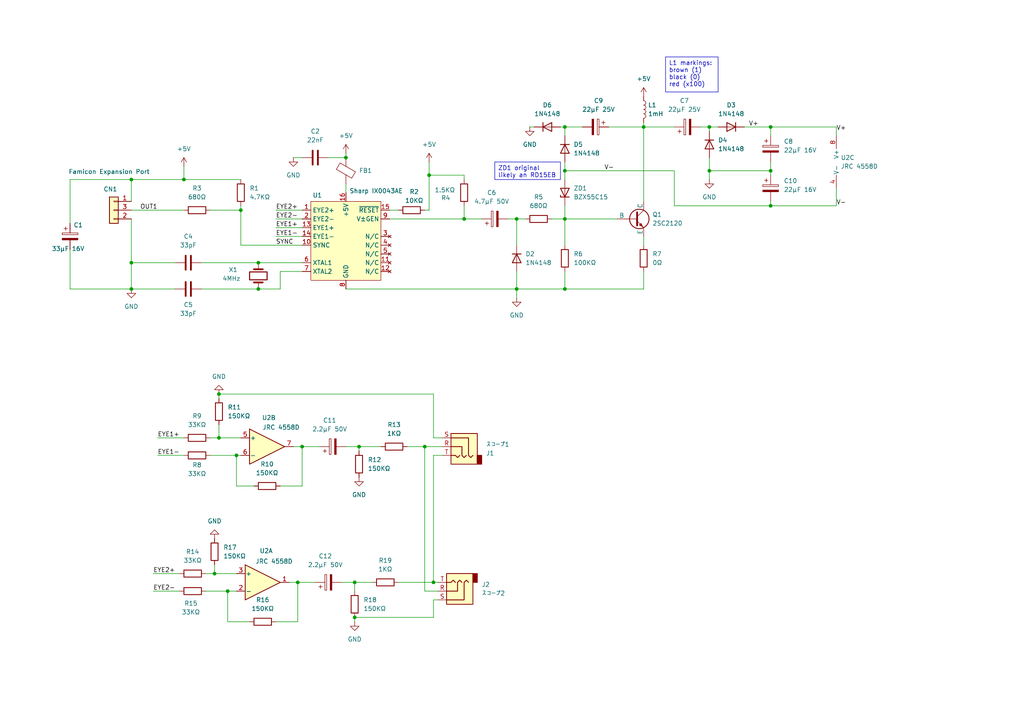
<source format=kicad_sch>
(kicad_sch (version 20250114) (generator "eeschema") (generator_version "9.0")
  (paper "A4")
  (title_block (title "Nintendo 3D System HVC-032") (date "1/JAN/2026") (rev "A") (company "Brett Hallen") (comment 4 "Based on original drawn by Krzysiobal (NESDEV)"))
  (lib_symbols
    (symbol "Amplifier_Operational:NJM4558" (pin_names (offset 0.127))
      (property "Reference" "U" (at 0 5.08 0))
      (property "Value" "NJM4558" (at 0 -5.08 0))
      (symbol "NJM4558_1_1"
        (polyline (pts (xy -5.08 5.08) (xy 5.08 0) (xy -5.08 -5.08) (xy -5.08 5.08)) (stroke (width 0.254)) (fill (type background)))
        (pin input line (at -7.62 2.54 0) (length 2.54) (name "+") (number "3"))
        (pin input line (at -7.62 -2.54 0) (length 2.54) (name "-") (number "2"))
        (pin output line (at 7.62 0 180) (length 2.54) (name "~") (number "1"))
      )
      (symbol "NJM4558_2_1"
        (polyline (pts (xy -5.08 5.08) (xy 5.08 0) (xy -5.08 -5.08) (xy -5.08 5.08)) (stroke (width 0.254)) (fill (type background)))
        (pin input line (at -7.62 2.54 0) (length 2.54) (name "+") (number "5"))
        (pin input line (at -7.62 -2.54 0) (length 2.54) (name "-") (number "6"))
        (pin output line (at 7.62 0 180) (length 2.54) (name "~") (number "7"))
      )
      (symbol "NJM4558_3_1"
        (pin power_in line (at -2.54 7.62 270) (length 3.81) (name "V+") (number "8"))
        (pin power_in line (at -2.54 -7.62 90) (length 3.81) (name "V-") (number "4"))
      )
    )
    (symbol "Clueless_Engineer:Sharp_IX0043AE"
      (property "Reference" "U" (at -10.16 2.54 0))
      (property "Value" "Sharp IX0043AE" (at 10.16 2.54 0))
      (symbol "Sharp_IX0043AE_1_1"
        (rectangle (start -10.16 0) (end 10.16 -22.86) (fill (type color) (color 255 255 194 1)))
        (pin output line (at -12.7 -2.54 0) (length 2.54) (name "EYE2+") (number "1"))
        (pin output line (at -12.7 -5.08 0) (length 2.54) (name "EYE2-") (number "2"))
        (pin output line (at -12.7 -7.62 0) (length 2.54) (name "EYE1+") (number "13"))
        (pin output line (at -12.7 -10.16 0) (length 2.54) (name "EYE1-") (number "14"))
        (pin input line (at -12.7 -12.7 0) (length 2.54) (name "SYNC") (number "10"))
        (pin input line (at -12.7 -17.78 0) (length 2.54) (name "XTAL1") (number "6"))
        (pin input line (at -12.7 -20.32 0) (length 2.54) (name "XTAL2") (number "7"))
        (pin power_in line (at 0 2.54 270) (length 2.54) (name "+5V") (number "16"))
        (pin power_in line (at 0 -25.4 90) (length 2.54) (name "GND") (number "8"))
        (pin input line (at 12.7 -2.54 180) (length 2.54) (name "~{RESET}") (number "15"))
        (pin output line (at 12.7 -5.08 180) (length 2.54) (name "V±GEN") (number "9"))
        (pin no_connect line (at 12.7 -10.16 180) (length 2.54) (name "N/C") (number "3"))
        (pin no_connect line (at 12.7 -12.7 180) (length 2.54) (name "N/C") (number "4"))
        (pin no_connect line (at 12.7 -15.24 180) (length 2.54) (name "N/C") (number "5"))
        (pin no_connect line (at 12.7 -17.78 180) (length 2.54) (name "N/C") (number "11"))
        (pin no_connect line (at 12.7 -20.32 180) (length 2.54) (name "N/C") (number "12"))
      )
    )
    (symbol "Connector_Audio:AudioJack3"
      (property "Reference" "J" (at 0 8.89 0))
      (property "Value" "AudioJack3" (at 0 6.35 0))
      (symbol "AudioJack3_0_1"
        (rectangle (start -5.08 -5.08) (end -6.35 -2.54) (stroke (width 0.254)) (fill (type outline)))
        (polyline (pts (xy -1.905 -2.54) (xy -1.27 -3.175) (xy -0.635 -2.54) (xy -0.635 0) (xy 2.54 0)) (stroke (width 0.254)))
        (polyline (pts (xy 0 -2.54) (xy 0.635 -3.175) (xy 1.27 -2.54) (xy 2.54 -2.54)) (stroke (width 0.254)))
        (rectangle (start 2.54 3.81) (end -5.08 -5.08) (stroke (width 0.254)) (fill (type background)))
        (polyline (pts (xy 2.54 2.54) (xy -2.54 2.54) (xy -2.54 -2.54) (xy -3.175 -3.175) (xy -3.81 -2.54)) (stroke (width 0.254)))
      )
      (symbol "AudioJack3_1_1"
        (pin passive line (at 5.08 2.54 180) (length 2.54) (name "~") (number "S"))
        (pin passive line (at 5.08 0 180) (length 2.54) (name "~") (number "R"))
        (pin passive line (at 5.08 -2.54 180) (length 2.54) (name "~") (number "T"))
      )
    )
    (symbol "Connector_Generic:Conn_01x03" (pin_names (offset 1.016) (hide yes))
      (property "Reference" "CN1" (at 2.54 1.2701 0))
      (property "Value" "Famicon Expansion Port" (at 2.54 -1.2699 0))
      (symbol "Conn_01x03_1_1"
        (rectangle (start -1.27 3.81) (end 1.27 -3.81) (stroke (width 0.254)) (fill (type background)))
        (rectangle (start -1.27 2.667) (end 0 2.413) (stroke (width 0.1524)))
        (rectangle (start -1.27 0.127) (end 0 -0.127) (stroke (width 0.1524)))
        (rectangle (start -1.27 -2.413) (end 0 -2.667) (stroke (width 0.1524)))
        (pin power_out line (at -5.08 2.54 0) (length 3.81) (name "Pin_1") (number "1"))
        (pin output line (at -5.08 0 0) (length 3.81) (name "Pin_3") (number "3"))
        (pin power_out line (at -5.08 -2.54 0) (length 3.81) (name "Pin_2") (number "2"))
      )
    )
    (symbol "Device:C" (pin_numbers (hide yes)) (pin_names (offset 0.254))
      (property "Reference" "C" (at 0.635 2.54 0))
      (property "Value" "C" (at 0.635 -2.54 0))
      (symbol "C_0_1"
        (polyline (pts (xy -2.032 0.762) (xy 2.032 0.762)) (stroke (width 0.508)))
        (polyline (pts (xy -2.032 -0.762) (xy 2.032 -0.762)) (stroke (width 0.508)))
      )
      (symbol "C_1_1"
        (pin passive line (at 0 3.81 270) (length 2.794) (name "~") (number "1"))
        (pin passive line (at 0 -3.81 90) (length 2.794) (name "~") (number "2"))
      )
    )
    (symbol "Device:C_Polarized" (pin_numbers (hide yes)) (pin_names (offset 0.254))
      (property "Reference" "C" (at 0.635 2.54 0))
      (property "Value" "C_Polarized" (at 0.635 -2.54 0))
      (symbol "C_Polarized_0_1"
        (rectangle (start -2.286 0.508) (end 2.286 1.016))
        (polyline (pts (xy -1.778 2.286) (xy -0.762 2.286)))
        (polyline (pts (xy -1.27 2.794) (xy -1.27 1.778)))
        (rectangle (start 2.286 -0.508) (end -2.286 -1.016) (fill (type outline)))
      )
      (symbol "C_Polarized_1_1"
        (pin passive line (at 0 3.81 270) (length 2.794) (name "~") (number "1"))
        (pin passive line (at 0 -3.81 90) (length 2.794) (name "~") (number "2"))
      )
    )
    (symbol "Device:Crystal" (pin_numbers (hide yes)) (pin_names (offset 1.016) (hide yes))
      (property "Reference" "Y" (at 0 3.81 0))
      (property "Value" "Crystal" (at 0 -3.81 0))
      (symbol "Crystal_0_1"
        (polyline (pts (xy -2.54 0) (xy -1.905 0)))
        (polyline (pts (xy -1.905 -1.27) (xy -1.905 1.27)) (stroke (width 0.508)))
        (rectangle (start -1.143 2.54) (end 1.143 -2.54) (stroke (width 0.3048)))
        (polyline (pts (xy 1.905 -1.27) (xy 1.905 1.27)) (stroke (width 0.508)))
        (polyline (pts (xy 2.54 0) (xy 1.905 0)))
      )
      (symbol "Crystal_1_1"
        (pin passive line (at -3.81 0 0) (length 1.27) (name "1") (number "1"))
        (pin passive line (at 3.81 0 180) (length 1.27) (name "2") (number "2"))
      )
    )
    (symbol "Device:D" (pin_numbers (hide yes)) (pin_names (offset 1.016) (hide yes))
      (property "Reference" "D" (at 0 2.54 0))
      (property "Value" "D" (at 0 -2.54 0))
      (symbol "D_0_1"
        (polyline (pts (xy -1.27 1.27) (xy -1.27 -1.27)) (stroke (width 0.254)))
        (polyline (pts (xy 1.27 1.27) (xy 1.27 -1.27) (xy -1.27 0) (xy 1.27 1.27)) (stroke (width 0.254)))
        (polyline (pts (xy 1.27 0) (xy -1.27 0)))
      )
      (symbol "D_1_1"
        (pin passive line (at -3.81 0 0) (length 2.54) (name "K") (number "1"))
        (pin passive line (at 3.81 0 180) (length 2.54) (name "A") (number "2"))
      )
    )
    (symbol "Device:D_Zener" (pin_numbers (hide yes)) (pin_names (offset 1.016) (hide yes))
      (property "Reference" "D" (at 0 2.54 0))
      (property "Value" "D_Zener" (at 0 -2.54 0))
      (symbol "D_Zener_0_1"
        (polyline (pts (xy -1.27 -1.27) (xy -1.27 1.27) (xy -0.762 1.27)) (stroke (width 0.254)))
        (polyline (pts (xy 1.27 0) (xy -1.27 0)))
        (polyline (pts (xy 1.27 -1.27) (xy 1.27 1.27) (xy -1.27 0) (xy 1.27 -1.27)) (stroke (width 0.254)))
      )
      (symbol "D_Zener_1_1"
        (pin passive line (at -3.81 0 0) (length 2.54) (name "K") (number "1"))
        (pin passive line (at 3.81 0 180) (length 2.54) (name "A") (number "2"))
      )
    )
    (symbol "Device:FerriteBead" (pin_numbers (hide yes)) (pin_names (offset 0))
      (property "Reference" "FB" (at -3.81 0.635 90))
      (property "Value" "FerriteBead" (at 3.81 0 90))
      (symbol "FerriteBead_0_1"
        (polyline (pts (xy -2.7686 0.4064) (xy -1.7018 2.2606) (xy 2.7686 -0.3048) (xy 1.6764 -2.159) (xy -2.7686 0.4064)))
        (polyline (pts (xy 0 1.27) (xy 0 1.2954)))
        (polyline (pts (xy 0 -1.27) (xy 0 -1.2192)))
      )
      (symbol "FerriteBead_1_1"
        (pin passive line (at 0 3.81 270) (length 2.54) (name "~") (number "1"))
        (pin passive line (at 0 -3.81 90) (length 2.54) (name "~") (number "2"))
      )
    )
    (symbol "Device:L" (pin_numbers (hide yes)) (pin_names (offset 1.016) (hide yes))
      (property "Reference" "L" (at -1.27 0 90))
      (property "Value" "L" (at 1.905 0 90))
      (symbol "L_0_1"
        (arc (start 0 2.54) (mid 0.6323 1.905) (end 0 1.27))
        (arc (start 0 1.27) (mid 0.6323 0.635) (end 0 0))
        (arc (start 0 0) (mid 0.6323 -0.635) (end 0 -1.27))
        (arc (start 0 -1.27) (mid 0.6323 -1.905) (end 0 -2.54))
      )
      (symbol "L_1_1"
        (pin passive line (at 0 3.81 270) (length 1.27) (name "1") (number "1"))
        (pin passive line (at 0 -3.81 90) (length 1.27) (name "2") (number "2"))
      )
    )
    (symbol "Device:R" (pin_numbers (hide yes)) (pin_names (offset 0))
      (property "Reference" "R" (at 2.032 0 90))
      (property "Value" "R" (at 0 0 90))
      (symbol "R_0_1"
        (rectangle (start -1.016 -2.54) (end 1.016 2.54) (stroke (width 0.254)))
      )
      (symbol "R_1_1"
        (pin passive line (at 0 3.81 270) (length 1.27) (name "~") (number "1"))
        (pin passive line (at 0 -3.81 90) (length 1.27) (name "~") (number "2"))
      )
    )
    (symbol "Simulation_SPICE:NPN" (pin_numbers (hide yes)) (pin_names (offset 0))
      (property "Reference" "Q" (at -2.54 7.62 0))
      (property "Value" "NPN" (at -2.54 5.08 0))
      (symbol "NPN_0_1"
        (polyline (pts (xy -2.54 0) (xy 0.635 0)) (stroke (width 0.1524)))
        (polyline (pts (xy 0.635 1.905) (xy 0.635 -1.905) (xy 0.635 -1.905)) (stroke (width 0.508)))
        (polyline (pts (xy 0.635 0.635) (xy 2.54 2.54)))
        (polyline (pts (xy 0.635 -0.635) (xy 2.54 -2.54) (xy 2.54 -2.54)))
        (circle (center 1.27 0) (radius 2.8194) (stroke (width 0.254)))
        (polyline (pts (xy 1.27 -1.778) (xy 1.778 -1.27) (xy 2.286 -2.286) (xy 1.27 -1.778) (xy 1.27 -1.778)) (fill (type outline)))
        (polyline (pts (xy 2.794 -1.27) (xy 2.794 -1.27)) (stroke (width 0.1524)))
        (polyline (pts (xy 2.794 -1.27) (xy 2.794 -1.27)) (stroke (width 0.1524)))
      )
      (symbol "NPN_1_1"
        (pin input line (at -5.08 0 0) (length 2.54) (name "B") (number "2"))
        (pin open_collector line (at 2.54 5.08 270) (length 2.54) (name "C") (number "1"))
        (pin open_emitter line (at 2.54 -5.08 90) (length 2.54) (name "E") (number "3"))
      )
    )
    (symbol "power:+5V" (power) (pin_numbers (hide yes)) (pin_names (offset 0) (hide yes))
      (property "Value" "+5V" (at 0 3.556 0))
      (symbol "+5V_0_1"
        (polyline (pts (xy -0.762 1.27) (xy 0 2.54)))
        (polyline (pts (xy 0 2.54) (xy 0.762 1.27)))
        (polyline (pts (xy 0 0) (xy 0 2.54)))
      )
      (symbol "+5V_1_1"
        (pin power_in line (at 0 0 90) (length 0) (name "~") (number "1"))
      )
    )
    (symbol "power:GND" (power) (pin_numbers (hide yes)) (pin_names (offset 0) (hide yes))
      (property "Value" "GND" (at 0 -3.81 0))
      (symbol "GND_0_1"
        (polyline (pts (xy 0 0) (xy 0 -1.27) (xy 1.27 -1.27) (xy 0 -2.54) (xy -1.27 -1.27) (xy 0 -1.27)))
      )
      (symbol "GND_1_1"
        (pin power_in line (at 0 0 270) (length 0) (name "~") (number "1"))
      )
    )
  )
  (text_box "L1 markings:\nbrown (1)\nblack (0)\nred (x100)" (at 193.04 16.51 0) (size 15.24 10.16) (margins 0.9525 0.9525 0.9525 0.9525) (effects (font (size 1.27 1.27)) (justify left top)))
  (text_box "ZD1 original likely an RD15EB" (at 143.51 46.99 0) (size 19.05 5.08) (margins 0.9525 0.9525 0.9525 0.9525) (effects (font (size 1.27 1.27)) (justify left top)))
  (junction (at 125.73 168.91))
  (junction (at 38.1 76.2))
  (junction (at 38.1 83.82))
  (junction (at 63.5 114.3))
  (junction (at 163.83 49.53))
  (junction (at 74.93 83.82))
  (junction (at 86.36 168.91))
  (junction (at 63.5 127))
  (junction (at 205.74 49.53))
  (junction (at 53.34 52.07))
  (junction (at 223.52 59.69))
  (junction (at 134.62 63.5))
  (junction (at 100.33 45.72))
  (junction (at 74.93 76.2))
  (junction (at 104.14 129.54))
  (junction (at 163.83 36.83))
  (junction (at 62.23 166.37))
  (junction (at 223.52 49.53))
  (junction (at 149.86 63.5))
  (junction (at 124.46 50.8))
  (junction (at 69.85 60.96))
  (junction (at 102.87 179.07))
  (junction (at 223.52 36.83))
  (junction (at 87.63 129.54))
  (junction (at 205.74 36.83))
  (junction (at 186.69 36.83))
  (junction (at 102.87 168.91))
  (junction (at 123.19 129.54))
  (junction (at 149.86 83.82))
  (junction (at 38.1 52.07))
  (junction (at 66.04 171.45))
  (junction (at 163.83 63.5))
  (junction (at 68.58 132.08))
  (junction (at 163.83 83.82))
  (wire (pts (xy 125.73 168.91) (xy 115.57 168.91)))
  (wire (pts (xy 104.14 129.54) (xy 100.33 129.54)))
  (wire (pts (xy 124.46 50.8) (xy 124.46 46.99)))
  (wire (pts (xy 110.49 129.54) (xy 104.14 129.54)))
  (wire (pts (xy 38.1 63.5) (xy 38.1 76.2)))
  (wire (pts (xy 152.4 63.5) (xy 149.86 63.5)))
  (wire (pts (xy 95.25 45.72) (xy 100.33 45.72)))
  (wire (pts (xy 38.1 76.2) (xy 50.8 76.2)))
  (wire (pts (xy 44.45 171.45) (xy 52.07 171.45)))
  (wire (pts (xy 149.86 71.12) (xy 149.86 63.5)))
  (wire (pts (xy 179.07 63.5) (xy 163.83 63.5)))
  (wire (pts (xy 205.74 49.53) (xy 223.52 49.53)))
  (wire (pts (xy 81.28 78.74) (xy 81.28 83.82)))
  (wire (pts (xy 81.28 140.97) (xy 87.63 140.97)))
  (wire (pts (xy 63.5 123.19) (xy 63.5 127)))
  (wire (pts (xy 58.42 76.2) (xy 74.93 76.2)))
  (wire (pts (xy 38.1 52.07) (xy 20.32 52.07)))
  (wire (pts (xy 38.1 52.07) (xy 53.34 52.07)))
  (wire (pts (xy 134.62 50.8) (xy 124.46 50.8)))
  (wire (pts (xy 124.46 60.96) (xy 124.46 50.8)))
  (wire (pts (xy 123.19 129.54) (xy 118.11 129.54)))
  (wire (pts (xy 102.87 180.34) (xy 102.87 179.07)))
  (wire (pts (xy 104.14 130.81) (xy 104.14 129.54)))
  (wire (pts (xy 69.85 60.96) (xy 69.85 71.12)))
  (wire (pts (xy 38.1 83.82) (xy 50.8 83.82)))
  (wire (pts (xy 80.01 60.96) (xy 87.63 60.96)))
  (wire (pts (xy 72.39 180.34) (xy 66.04 180.34)))
  (wire (pts (xy 62.23 166.37) (xy 68.58 166.37)))
  (wire (pts (xy 223.52 36.83) (xy 223.52 39.37)))
  (wire (pts (xy 45.72 132.08) (xy 53.34 132.08)))
  (wire (pts (xy 68.58 140.97) (xy 73.66 140.97)))
  (wire (pts (xy 163.83 36.83) (xy 163.83 39.37)))
  (wire (pts (xy 113.03 63.5) (xy 134.62 63.5)))
  (wire (pts (xy 149.86 83.82) (xy 149.86 78.74)))
  (wire (pts (xy 69.85 71.12) (xy 87.63 71.12)))
  (wire (pts (xy 102.87 171.45) (xy 102.87 168.91)))
  (wire (pts (xy 128.27 127) (xy 125.73 127)))
  (wire (pts (xy 20.32 52.07) (xy 20.32 64.77)))
  (wire (pts (xy 53.34 52.07) (xy 69.85 52.07)))
  (wire (pts (xy 186.69 58.42) (xy 186.69 36.83)))
  (wire (pts (xy 80.01 180.34) (xy 86.36 180.34)))
  (wire (pts (xy 163.83 59.69) (xy 163.83 63.5)))
  (wire (pts (xy 102.87 168.91) (xy 99.06 168.91)))
  (wire (pts (xy 195.58 59.69) (xy 223.52 59.69)))
  (wire (pts (xy 127 168.91) (xy 125.73 168.91)))
  (wire (pts (xy 128.27 129.54) (xy 123.19 129.54)))
  (wire (pts (xy 163.83 63.5) (xy 160.02 63.5)))
  (wire (pts (xy 60.96 132.08) (xy 68.58 132.08)))
  (wire (pts (xy 123.19 171.45) (xy 123.19 129.54)))
  (wire (pts (xy 125.73 132.08) (xy 125.73 168.91)))
  (wire (pts (xy 66.04 171.45) (xy 68.58 171.45)))
  (wire (pts (xy 38.1 52.07) (xy 38.1 58.42)))
  (wire (pts (xy 86.36 180.34) (xy 86.36 168.91)))
  (wire (pts (xy 115.57 60.96) (xy 113.03 60.96)))
  (wire (pts (xy 125.73 127) (xy 125.73 114.3)))
  (wire (pts (xy 100.33 83.82) (xy 149.86 83.82)))
  (wire (pts (xy 87.63 129.54) (xy 92.71 129.54)))
  (wire (pts (xy 163.83 83.82) (xy 149.86 83.82)))
  (wire (pts (xy 83.82 168.91) (xy 86.36 168.91)))
  (wire (pts (xy 74.93 83.82) (xy 81.28 83.82)))
  (wire (pts (xy 208.28 36.83) (xy 205.74 36.83)))
  (wire (pts (xy 163.83 71.12) (xy 163.83 63.5)))
  (wire (pts (xy 223.52 49.53) (xy 223.52 46.99)))
  (wire (pts (xy 62.23 163.83) (xy 62.23 166.37)))
  (wire (pts (xy 87.63 140.97) (xy 87.63 129.54)))
  (wire (pts (xy 195.58 36.83) (xy 186.69 36.83)))
  (wire (pts (xy 223.52 49.53) (xy 223.52 50.8)))
  (wire (pts (xy 53.34 48.26) (xy 53.34 52.07)))
  (wire (pts (xy 107.95 168.91) (xy 102.87 168.91)))
  (wire (pts (xy 45.72 127) (xy 53.34 127)))
  (wire (pts (xy 123.19 60.96) (xy 124.46 60.96)))
  (wire (pts (xy 85.09 129.54) (xy 87.63 129.54)))
  (wire (pts (xy 128.27 132.08) (xy 125.73 132.08)))
  (wire (pts (xy 242.57 36.83) (xy 223.52 36.83)))
  (wire (pts (xy 69.85 60.96) (xy 60.96 60.96)))
  (wire (pts (xy 20.32 72.39) (xy 20.32 83.82)))
  (wire (pts (xy 69.85 59.69) (xy 69.85 60.96)))
  (wire (pts (xy 149.86 86.36) (xy 149.86 83.82)))
  (wire (pts (xy 242.57 36.83) (xy 242.57 39.37)))
  (wire (pts (xy 223.52 58.42) (xy 223.52 59.69)))
  (wire (pts (xy 80.01 66.04) (xy 87.63 66.04)))
  (wire (pts (xy 68.58 132.08) (xy 69.85 132.08)))
  (wire (pts (xy 60.96 127) (xy 63.5 127)))
  (wire (pts (xy 63.5 114.3) (xy 63.5 115.57)))
  (wire (pts (xy 63.5 127) (xy 69.85 127)))
  (wire (pts (xy 186.69 35.56) (xy 186.69 36.83)))
  (wire (pts (xy 134.62 50.8) (xy 134.62 52.07)))
  (wire (pts (xy 20.32 83.82) (xy 38.1 83.82)))
  (wire (pts (xy 134.62 63.5) (xy 139.7 63.5)))
  (wire (pts (xy 86.36 168.91) (xy 91.44 168.91)))
  (wire (pts (xy 100.33 53.34) (xy 100.33 55.88)))
  (wire (pts (xy 38.1 60.96) (xy 53.34 60.96)))
  (wire (pts (xy 85.09 45.72) (xy 87.63 45.72)))
  (wire (pts (xy 153.67 36.83) (xy 154.94 36.83)))
  (wire (pts (xy 87.63 78.74) (xy 81.28 78.74)))
  (wire (pts (xy 80.01 63.5) (xy 87.63 63.5)))
  (wire (pts (xy 205.74 36.83) (xy 203.2 36.83)))
  (wire (pts (xy 68.58 132.08) (xy 68.58 140.97)))
  (wire (pts (xy 125.73 173.99) (xy 125.73 179.07)))
  (wire (pts (xy 59.69 166.37) (xy 62.23 166.37)))
  (wire (pts (xy 186.69 78.74) (xy 186.69 83.82)))
  (wire (pts (xy 205.74 38.1) (xy 205.74 36.83)))
  (wire (pts (xy 205.74 49.53) (xy 205.74 52.07)))
  (wire (pts (xy 195.58 49.53) (xy 195.58 59.69)))
  (wire (pts (xy 125.73 179.07) (xy 102.87 179.07)))
  (wire (pts (xy 127 171.45) (xy 123.19 171.45)))
  (wire (pts (xy 223.52 59.69) (xy 242.57 59.69)))
  (wire (pts (xy 168.91 36.83) (xy 163.83 36.83)))
  (wire (pts (xy 147.32 63.5) (xy 149.86 63.5)))
  (wire (pts (xy 58.42 83.82) (xy 74.93 83.82)))
  (wire (pts (xy 74.93 76.2) (xy 87.63 76.2)))
  (wire (pts (xy 163.83 78.74) (xy 163.83 83.82)))
  (wire (pts (xy 127 173.99) (xy 125.73 173.99)))
  (wire (pts (xy 134.62 59.69) (xy 134.62 63.5)))
  (wire (pts (xy 205.74 49.53) (xy 205.74 45.72)))
  (wire (pts (xy 59.69 171.45) (xy 66.04 171.45)))
  (wire (pts (xy 100.33 44.45) (xy 100.33 45.72)))
  (wire (pts (xy 186.69 71.12) (xy 186.69 68.58)))
  (wire (pts (xy 80.01 68.58) (xy 87.63 68.58)))
  (wire (pts (xy 186.69 83.82) (xy 163.83 83.82)))
  (wire (pts (xy 163.83 49.53) (xy 163.83 52.07)))
  (wire (pts (xy 186.69 36.83) (xy 176.53 36.83)))
  (wire (pts (xy 163.83 49.53) (xy 195.58 49.53)))
  (wire (pts (xy 66.04 180.34) (xy 66.04 171.45)))
  (wire (pts (xy 44.45 166.37) (xy 52.07 166.37)))
  (wire (pts (xy 38.1 76.2) (xy 38.1 83.82)))
  (wire (pts (xy 242.57 54.61) (xy 242.57 59.69)))
  (wire (pts (xy 163.83 36.83) (xy 162.56 36.83)))
  (wire (pts (xy 215.9 36.83) (xy 223.52 36.83)))
  (wire (pts (xy 163.83 46.99) (xy 163.83 49.53)))
  (wire (pts (xy 125.73 114.3) (xy 63.5 114.3)))
  (label "EYE2-" (at 80.01 63.5 0))
  (label "EYE2+" (at 80.01 60.96 0))
  (label "EYE2+" (at 44.45 166.37 0))
  (label "V-" (at 242.57 59.69 0))
  (label "EYE2-" (at 44.45 171.45 0))
  (label "EYE1-" (at 80.01 68.58 0))
  (label "SYNC" (at 80.01 71.12 0))
  (label "EYE1+" (at 45.72 127 0))
  (label "V-" (at 175.26 49.53 0))
  (label "EYE1-" (at 45.72 132.08 0))
  (label "V+" (at 242.57 38.1 0))
  (label "EYE1+" (at 80.01 66.04 0))
  (label "OUT1" (at 40.64 60.96 0))
  (label "V+" (at 217.17 36.83 0))
  (symbol (lib_id "Device:R") (at 186.69 74.93 0) (unit 1)
    (property "Reference" "R7" (at 189.23 73.6599 0) (effects (justify left)))
    (property "Value" "0Ω" (at 189.23 76.1999 0) (effects (justify left)))
    (property "Footprint" "Resistor_THT:R_Axial_DIN0207_L6.3mm_D2.5mm_P7.62mm_Horizontal" (effects (hide yes)))
    (property "Description" "Resistor" (effects (hide yes)))
  )
  (symbol (lib_id "Amplifier_Operational:NJM4558") (at 245.11 46.99 0) (unit 3)
    (property "Reference" "U2" (at 243.84 45.7199 0) (effects (justify left)))
    (property "Value" "JRC 4558D" (at 243.84 48.2599 0) (effects (justify left)))
    (property "Footprint" "Package_DIP:DIP-8_W7.62mm" (effects (hide yes)))
    (property "Datasheet" "http://www.njr.com/semicon/PDF/NJM4558_NJM4559_E.pdf" (effects (hide yes)))
    (property "Description" "Dual Operational Amplifier, DIP-8/DMP-8/SIP-8/SOP-8/SSOP-8" (effects (hide yes)))
  )
  (symbol (lib_id "Device:R") (at 156.21 63.5 90) (unit 1)
    (property "Reference" "R5" (at 156.21 57.15 90))
    (property "Value" "680Ω" (at 156.21 59.69 90))
    (property "Footprint" "Resistor_THT:R_Axial_DIN0207_L6.3mm_D2.5mm_P7.62mm_Horizontal" (effects (hide yes)))
    (property "Description" "Resistor" (effects (hide yes)))
  )
  (symbol (lib_id "Device:D") (at 163.83 43.18 270) (unit 1)
    (property "Reference" "D5" (at 166.37 41.9099 90) (effects (justify left)))
    (property "Value" "1N4148" (at 166.37 44.4499 90) (effects (justify left)))
    (property "Footprint" "Diode_THT:D_DO-35_SOD27_P7.62mm_Horizontal" (effects (hide yes)))
    (property "Description" "Diode" (effects (hide yes)))
    (property "Sim.Device" "D" (effects (hide yes)))
    (property "Sim.Pins" "1=K 2=A" (effects (hide yes)))
  )
  (symbol (lib_id "Device:R") (at 102.87 175.26 0) (unit 1)
    (property "Reference" "R18" (at 105.41 173.9899 0) (effects (justify left)))
    (property "Value" "150KΩ" (at 105.41 176.5299 0) (effects (justify left)))
    (property "Footprint" "Resistor_THT:R_Axial_DIN0207_L6.3mm_D2.5mm_P7.62mm_Horizontal" (effects (hide yes)))
    (property "Description" "Resistor" (effects (hide yes)))
  )
  (symbol (lib_id "Device:C_Polarized") (at 20.32 68.58 0) (unit 1)
    (property "Reference" "C1" (at 21.336 65.278 0) (effects (justify left)))
    (property "Value" "33µF 16V" (at 14.986 72.136 0) (effects (justify left)))
    (property "Footprint" "Capacitor_THT:CP_Radial_D5.0mm_P2.50mm" (effects (hide yes)))
    (property "Description" "Polarized capacitor" (effects (hide yes)))
  )
  (symbol (lib_id "Device:R") (at 57.15 127 90) (unit 1)
    (property "Reference" "R9" (at 57.15 120.65 90))
    (property "Value" "33KΩ" (at 57.15 123.19 90))
    (property "Footprint" "Resistor_THT:R_Axial_DIN0207_L6.3mm_D2.5mm_P7.62mm_Horizontal" (effects (hide yes)))
    (property "Description" "Resistor" (effects (hide yes)))
  )
  (symbol (lib_id "power:GND") (at 63.5 114.3 180) (unit 1)
    (property "Reference" "#PWR05" (effects (hide yes)))
    (property "Value" "GND" (at 63.5 109.22 0))
    (property "Description" "Power symbol creates a global label with name \"GND\" , ground" (effects (hide yes)))
  )
  (symbol (lib_id "power:GND") (at 62.23 156.21 180) (unit 1)
    (property "Reference" "#PWR06" (effects (hide yes)))
    (property "Value" "GND" (at 62.23 151.13 0))
    (property "Description" "Power symbol creates a global label with name \"GND\" , ground" (effects (hide yes)))
  )
  (symbol (lib_id "Device:R") (at 77.47 140.97 90) (unit 1)
    (property "Reference" "R10" (at 77.47 134.62 90))
    (property "Value" "150KΩ" (at 77.47 137.16 90))
    (property "Footprint" "Resistor_THT:R_Axial_DIN0207_L6.3mm_D2.5mm_P7.62mm_Horizontal" (effects (hide yes)))
    (property "Description" "Resistor" (effects (hide yes)))
  )
  (symbol (lib_id "power:GND") (at 149.86 86.36 0) (unit 1)
    (property "Reference" "#PWR012" (effects (hide yes)))
    (property "Value" "GND" (at 149.86 91.44 0))
    (property "Description" "Power symbol creates a global label with name \"GND\" , ground" (effects (hide yes)))
  )
  (symbol (lib_id "Device:FerriteBead") (at 100.33 49.53 0) (unit 1)
    (property "Reference" "FB1" (at 104.14 49.4791 0) (effects (justify left)))
    (property "Value" "FerriteBead" (effects (hide yes)))
    (property "Footprint" "Clueless_Engineer:FB_28L0138-10R-10" (effects (hide yes)))
    (property "Description" "Ferrite bead" (effects (hide yes)))
  )
  (symbol (lib_id "Device:L") (at 186.69 31.75 0) (unit 1)
    (property "Reference" "L1" (at 187.96 30.4799 0) (effects (justify left)))
    (property "Value" "1mH" (at 187.96 33.0199 0) (effects (justify left)))
    (property "Footprint" "Inductor_THT:L_Axial_L16.0mm_D7.5mm_P25.40mm_Horizontal_Fastron_XHBCC" (effects (hide yes)))
    (property "Description" "Inductor" (effects (hide yes)))
  )
  (symbol (lib_id "Amplifier_Operational:NJM4558") (at 76.2 168.91 0) (unit 1)
    (property "Reference" "U2" (at 77.216 159.766 0))
    (property "Value" "JRC 4558D" (at 79.502 162.814 0))
    (property "Footprint" "Package_DIP:DIP-8_W7.62mm" (effects (hide yes)))
    (property "Datasheet" "http://www.njr.com/semicon/PDF/NJM4558_NJM4559_E.pdf" (effects (hide yes)))
    (property "Description" "Dual Operational Amplifier, DIP-8/DMP-8/SIP-8/SOP-8/SSOP-8" (effects (hide yes)))
  )
  (symbol (lib_id "Device:R") (at 57.15 60.96 90) (unit 1)
    (property "Reference" "R3" (at 57.15 54.61 90))
    (property "Value" "680Ω" (at 57.15 57.15 90))
    (property "Footprint" "Resistor_THT:R_Axial_DIN0207_L6.3mm_D2.5mm_P7.62mm_Horizontal" (effects (hide yes)))
    (property "Description" "Resistor" (effects (hide yes)))
  )
  (symbol (lib_id "Connector_Generic:Conn_01x03") (at 33.02 60.96 0) (mirror y) (unit 1)
    (property "Reference" "CN1" (at 34.036 54.864 0) (effects (justify left)))
    (property "Value" "Famicon Expansion Port" (at 43.434 49.784 0) (effects (justify left)))
    (property "Footprint" "Connector_PinHeader_2.54mm:PinHeader_1x03_P2.54mm_Vertical" (effects (hide yes)))
    (property "Description" "Generic connector, single row, 01x03, script generated (kicad-library-utils/schlib/autogen/connector/)" (effects (hide yes)))
  )
  (symbol (lib_id "Device:C_Polarized") (at 96.52 129.54 90) (unit 1)
    (property "Reference" "C11" (at 95.631 121.92 90))
    (property "Value" "2.2µF 50V" (at 95.631 124.46 90))
    (property "Footprint" "Capacitor_THT:CP_Radial_D5.0mm_P2.50mm" (effects (hide yes)))
    (property "Description" "Polarized capacitor" (effects (hide yes)))
  )
  (symbol (lib_id "Device:D") (at 149.86 74.93 270) (unit 1)
    (property "Reference" "D2" (at 152.4 73.6599 90) (effects (justify left)))
    (property "Value" "1N4148" (at 152.4 76.1999 90) (effects (justify left)))
    (property "Footprint" "Diode_THT:D_DO-35_SOD27_P7.62mm_Horizontal" (effects (hide yes)))
    (property "Description" "Diode" (effects (hide yes)))
    (property "Sim.Device" "D" (effects (hide yes)))
    (property "Sim.Pins" "1=K 2=A" (effects (hide yes)))
  )
  (symbol (lib_id "Device:R") (at 55.88 171.45 270) (unit 1)
    (property "Reference" "R15" (at 55.372 175.006 90))
    (property "Value" "33KΩ" (at 55.372 177.546 90))
    (property "Footprint" "Resistor_THT:R_Axial_DIN0207_L6.3mm_D2.5mm_P7.62mm_Horizontal" (effects (hide yes)))
    (property "Description" "Resistor" (effects (hide yes)))
  )
  (symbol (lib_id "Device:D") (at 205.74 41.91 270) (unit 1)
    (property "Reference" "D4" (at 208.28 40.6399 90) (effects (justify left)))
    (property "Value" "1N4148" (at 208.28 43.1799 90) (effects (justify left)))
    (property "Footprint" "Diode_THT:D_DO-35_SOD27_P7.62mm_Horizontal" (effects (hide yes)))
    (property "Description" "Diode" (effects (hide yes)))
    (property "Sim.Device" "D" (effects (hide yes)))
    (property "Sim.Pins" "1=K 2=A" (effects (hide yes)))
  )
  (symbol (lib_id "Device:C_Polarized") (at 223.52 54.61 0) (unit 1)
    (property "Reference" "C10" (at 227.33 52.4509 0) (effects (justify left)))
    (property "Value" "22µF 16V" (at 227.33 54.9909 0) (effects (justify left)))
    (property "Footprint" "Capacitor_THT:CP_Radial_D5.0mm_P2.50mm" (effects (hide yes)))
    (property "Description" "Polarized capacitor" (effects (hide yes)))
  )
  (symbol (lib_id "Device:R") (at 62.23 160.02 0) (unit 1)
    (property "Reference" "R17" (at 64.77 158.7499 0) (effects (justify left)))
    (property "Value" "150KΩ" (at 64.77 161.2899 0) (effects (justify left)))
    (property "Footprint" "Resistor_THT:R_Axial_DIN0207_L6.3mm_D2.5mm_P7.62mm_Horizontal" (effects (hide yes)))
    (property "Description" "Resistor" (effects (hide yes)))
  )
  (symbol (lib_id "Device:R") (at 134.62 55.88 0) (unit 1)
    (property "Reference" "R4" (at 129.286 57.404 0))
    (property "Value" "1.5KΩ" (at 129.032 55.118 0))
    (property "Footprint" "Resistor_THT:R_Axial_DIN0207_L6.3mm_D2.5mm_P7.62mm_Horizontal" (effects (hide yes)))
    (property "Description" "Resistor" (effects (hide yes)))
  )
  (symbol (lib_id "Device:C_Polarized") (at 199.39 36.83 90) (unit 1)
    (property "Reference" "C7" (at 198.501 29.21 90))
    (property "Value" "22µF 25V" (at 198.501 31.75 90))
    (property "Footprint" "Capacitor_THT:CP_Radial_D5.0mm_P2.50mm" (effects (hide yes)))
    (property "Description" "Polarized capacitor" (effects (hide yes)))
  )
  (symbol (lib_id "power:+5V") (at 100.33 44.45 0) (unit 1)
    (property "Reference" "#PWR01" (effects (hide yes)))
    (property "Value" "+5V" (at 100.33 39.37 0))
    (property "Description" "Power symbol creates a global label with name \"+5V\"" (effects (hide yes)))
  )
  (symbol (lib_id "Device:R") (at 55.88 166.37 90) (unit 1)
    (property "Reference" "R14" (at 55.88 160.02 90))
    (property "Value" "33KΩ" (at 55.88 162.56 90))
    (property "Footprint" "Resistor_THT:R_Axial_DIN0207_L6.3mm_D2.5mm_P7.62mm_Horizontal" (effects (hide yes)))
    (property "Description" "Resistor" (effects (hide yes)))
  )
  (symbol (lib_id "power:+5V") (at 186.69 27.94 0) (unit 1)
    (property "Reference" "#PWR011" (effects (hide yes)))
    (property "Value" "+5V" (at 186.69 22.86 0))
    (property "Description" "Power symbol creates a global label with name \"+5V\"" (effects (hide yes)))
  )
  (symbol (lib_id "Device:R") (at 104.14 134.62 180) (unit 1)
    (property "Reference" "R12" (at 106.68 133.3499 0) (effects (justify right)))
    (property "Value" "150KΩ" (at 106.68 135.8899 0) (effects (justify right)))
    (property "Footprint" "Resistor_THT:R_Axial_DIN0207_L6.3mm_D2.5mm_P7.62mm_Horizontal" (effects (hide yes)))
    (property "Description" "Resistor" (effects (hide yes)))
  )
  (symbol (lib_id "Device:R") (at 63.5 119.38 180) (unit 1)
    (property "Reference" "R11" (at 66.04 118.1099 0) (effects (justify right)))
    (property "Value" "150KΩ" (at 66.04 120.6499 0) (effects (justify right)))
    (property "Footprint" "Resistor_THT:R_Axial_DIN0207_L6.3mm_D2.5mm_P7.62mm_Horizontal" (effects (hide yes)))
    (property "Description" "Resistor" (effects (hide yes)))
  )
  (symbol (lib_id "Device:R") (at 111.76 168.91 90) (unit 1)
    (property "Reference" "R19" (at 111.76 162.56 90))
    (property "Value" "1KΩ" (at 111.76 165.1 90))
    (property "Footprint" "Resistor_THT:R_Axial_DIN0207_L6.3mm_D2.5mm_P7.62mm_Horizontal" (effects (hide yes)))
    (property "Description" "Resistor" (effects (hide yes)))
  )
  (symbol (lib_id "Simulation_SPICE:NPN") (at 184.15 63.5 0) (unit 1)
    (property "Reference" "Q1" (at 189.23 62.2299 0) (effects (justify left)))
    (property "Value" "2SC2120" (at 189.23 64.7699 0) (effects (justify left)))
    (property "Footprint" "Package_TO_SOT_THT:TO-92_Inline" (effects (hide yes)))
    (property "Datasheet" "https://ngspice.sourceforge.io/docs/ngspice-html-manual/manual.xhtml#cha_BJTs" (effects (hide yes)))
    (property "Description" "Bipolar transistor symbol for simulation only, substrate tied to the emitter" (effects (hide yes)))
    (property "Sim.Device" "NPN" (effects (hide yes)))
    (property "Sim.Type" "GUMMELPOON" (effects (hide yes)))
    (property "Sim.Pins" "1=C 2=B 3=E" (effects (hide yes)))
  )
  (symbol (lib_id "Device:R") (at 163.83 74.93 180) (unit 1)
    (property "Reference" "R6" (at 166.37 73.6599 0) (effects (justify right)))
    (property "Value" "100KΩ" (at 166.37 76.1999 0) (effects (justify right)))
    (property "Footprint" "Resistor_THT:R_Axial_DIN0207_L6.3mm_D2.5mm_P7.62mm_Horizontal" (effects (hide yes)))
    (property "Description" "Resistor" (effects (hide yes)))
  )
  (symbol (lib_id "Device:R") (at 69.85 55.88 0) (unit 1)
    (property "Reference" "R1" (at 72.39 54.6099 0) (effects (justify left)))
    (property "Value" "4.7KΩ" (at 72.39 57.1499 0) (effects (justify left)))
    (property "Footprint" "Resistor_THT:R_Axial_DIN0207_L6.3mm_D2.5mm_P7.62mm_Horizontal" (effects (hide yes)))
    (property "Description" "Resistor" (effects (hide yes)))
  )
  (symbol (lib_id "power:+5V") (at 53.34 48.26 0) (unit 1)
    (property "Reference" "#PWR014" (effects (hide yes)))
    (property "Value" "+5V" (at 53.34 43.18 0))
    (property "Description" "Power symbol creates a global label with name \"+5V\"" (effects (hide yes)))
  )
  (symbol (lib_id "Device:C") (at 91.44 45.72 90) (unit 1)
    (property "Reference" "C2" (at 91.44 38.1 90))
    (property "Value" "22nF" (at 91.44 40.64 90))
    (property "Footprint" "Capacitor_THT:C_Disc_D3.4mm_W2.1mm_P2.50mm" (effects (hide yes)))
    (property "Description" "Unpolarized capacitor" (effects (hide yes)))
  )
  (symbol (lib_id "Device:R") (at 76.2 180.34 90) (unit 1)
    (property "Reference" "R16" (at 76.2 173.99 90))
    (property "Value" "150KΩ" (at 76.2 176.53 90))
    (property "Footprint" "Resistor_THT:R_Axial_DIN0207_L6.3mm_D2.5mm_P7.62mm_Horizontal" (effects (hide yes)))
    (property "Description" "Resistor" (effects (hide yes)))
  )
  (symbol (lib_id "Clueless_Engineer:Sharp_IX0043AE") (at 100.33 58.42 0) (unit 1)
    (property "Reference" "U1" (at 90.678 56.642 0) (effects (justify left)))
    (property "Value" "Sharp IX0043AE" (at 101.346 55.372 0) (effects (justify left)))
    (property "Footprint" "Package_DIP:DIP-16_W7.62mm" (effects (hide yes)))
  )
  (symbol (lib_id "Device:D") (at 158.75 36.83 0) (unit 1)
    (property "Reference" "D6" (at 158.75 30.48 0))
    (property "Value" "1N4148" (at 158.75 33.02 0))
    (property "Footprint" "Diode_THT:D_DO-35_SOD27_P7.62mm_Horizontal" (effects (hide yes)))
    (property "Description" "Diode" (effects (hide yes)))
    (property "Sim.Device" "D" (effects (hide yes)))
    (property "Sim.Pins" "1=K 2=A" (effects (hide yes)))
  )
  (symbol (lib_id "Device:C_Polarized") (at 143.51 63.5 90) (unit 1)
    (property "Reference" "C6" (at 142.621 55.88 90))
    (property "Value" "4.7µF 50V" (at 142.621 58.42 90))
    (property "Footprint" "Capacitor_THT:CP_Radial_D5.0mm_P2.50mm" (effects (hide yes)))
    (property "Description" "Polarized capacitor" (effects (hide yes)))
  )
  (symbol (lib_id "Connector_Audio:AudioJack3") (at 133.35 129.54 0) (mirror y) (unit 1)
    (property "Reference" "J1" (at 140.97 131.4451 0) (effects (justify right)))
    (property "Value" "スコープ１" (at 140.97 128.9051 0) (effects (justify right)))
    (property "Footprint" "Connector_Audio:Jack_3.5mm_CUI_SJ1-3513N_Horizontal" (effects (hide yes)))
    (property "Description" "Audio Jack, 3 Poles (Stereo / TRS)" (effects (hide yes)))
  )
  (symbol (lib_id "Connector_Audio:AudioJack3") (at 132.08 171.45 180) (unit 1)
    (property "Reference" "J2" (at 139.7 169.5449 0) (effects (justify right)))
    (property "Value" "スコープ２" (at 139.7 172.0849 0) (effects (justify right)))
    (property "Footprint" "Connector_Audio:Jack_3.5mm_CUI_SJ1-3513N_Horizontal" (effects (hide yes)))
    (property "Description" "Audio Jack, 3 Poles (Stereo / TRS)" (effects (hide yes)))
  )
  (symbol (lib_id "Device:C") (at 54.61 76.2 90) (unit 1)
    (property "Reference" "C4" (at 54.61 68.58 90))
    (property "Value" "33pF" (at 54.61 71.12 90))
    (property "Footprint" "Capacitor_THT:C_Disc_D3.4mm_W2.1mm_P2.50mm" (effects (hide yes)))
    (property "Description" "Unpolarized capacitor" (effects (hide yes)))
  )
  (symbol (lib_id "Device:C_Polarized") (at 95.25 168.91 90) (unit 1)
    (property "Reference" "C12" (at 94.361 161.29 90))
    (property "Value" "2.2µF 50V" (at 94.361 163.83 90))
    (property "Footprint" "Capacitor_THT:CP_Radial_D5.0mm_P2.50mm" (effects (hide yes)))
    (property "Description" "Polarized capacitor" (effects (hide yes)))
  )
  (symbol (lib_id "power:GND") (at 102.87 180.34 0) (unit 1)
    (property "Reference" "#PWR08" (effects (hide yes)))
    (property "Value" "GND" (at 102.87 185.42 0))
    (property "Description" "Power symbol creates a global label with name \"GND\" , ground" (effects (hide yes)))
  )
  (symbol (lib_id "power:GND") (at 38.1 83.82 0) (unit 1)
    (property "Reference" "#PWR03" (effects (hide yes)))
    (property "Value" "GND" (at 38.1 88.9 0))
    (property "Description" "Power symbol creates a global label with name \"GND\" , ground" (effects (hide yes)))
  )
  (symbol (lib_id "Device:Crystal") (at 74.93 80.01 270) (unit 1)
    (property "Reference" "X1" (at 66.294 78.232 90) (effects (justify left)))
    (property "Value" "4MHz" (at 64.516 80.772 90) (effects (justify left)))
    (property "Footprint" "Crystal:Crystal_HC49-U_Vertical" (effects (hide yes)))
    (property "Description" "Two pin crystal" (effects (hide yes)))
  )
  (symbol (lib_id "Device:D") (at 212.09 36.83 180) (unit 1)
    (property "Reference" "D3" (at 212.09 30.48 0))
    (property "Value" "1N4148" (at 212.09 33.02 0))
    (property "Footprint" "Diode_THT:D_DO-35_SOD27_P7.62mm_Horizontal" (effects (hide yes)))
    (property "Description" "Diode" (effects (hide yes)))
    (property "Sim.Device" "D" (effects (hide yes)))
    (property "Sim.Pins" "1=K 2=A" (effects (hide yes)))
  )
  (symbol (lib_id "power:GND") (at 85.09 45.72 0) (unit 1)
    (property "Reference" "#PWR02" (effects (hide yes)))
    (property "Value" "GND" (at 85.09 50.8 0))
    (property "Description" "Power symbol creates a global label with name \"GND\" , ground" (effects (hide yes)))
  )
  (symbol (lib_id "Device:R") (at 57.15 132.08 90) (unit 1)
    (property "Reference" "R8" (at 57.15 134.874 90))
    (property "Value" "33KΩ" (at 57.15 137.414 90))
    (property "Footprint" "Resistor_THT:R_Axial_DIN0207_L6.3mm_D2.5mm_P7.62mm_Horizontal" (effects (hide yes)))
    (property "Description" "Resistor" (effects (hide yes)))
  )
  (symbol (lib_id "power:GND") (at 153.67 36.83 0) (unit 1)
    (property "Reference" "#PWR013" (effects (hide yes)))
    (property "Value" "GND" (at 153.67 41.91 0))
    (property "Description" "Power symbol creates a global label with name \"GND\" , ground" (effects (hide yes)))
  )
  (symbol (lib_id "Device:C_Polarized") (at 172.72 36.83 270) (unit 1)
    (property "Reference" "C9" (at 173.609 29.21 90))
    (property "Value" "22µF 25V" (at 173.609 31.75 90))
    (property "Footprint" "Capacitor_THT:CP_Radial_D5.0mm_P2.50mm" (effects (hide yes)))
    (property "Description" "Polarized capacitor" (effects (hide yes)))
  )
  (symbol (lib_id "Device:R") (at 114.3 129.54 90) (unit 1)
    (property "Reference" "R13" (at 114.3 123.19 90))
    (property "Value" "1KΩ" (at 114.3 125.73 90))
    (property "Footprint" "Resistor_THT:R_Axial_DIN0207_L6.3mm_D2.5mm_P7.62mm_Horizontal" (effects (hide yes)))
    (property "Description" "Resistor" (effects (hide yes)))
  )
  (symbol (lib_id "power:+5V") (at 124.46 46.99 0) (unit 1)
    (property "Reference" "#PWR09" (effects (hide yes)))
    (property "Value" "+5V" (at 124.46 41.91 0))
    (property "Description" "Power symbol creates a global label with name \"+5V\"" (effects (hide yes)))
  )
  (symbol (lib_id "Device:R") (at 119.38 60.96 90) (unit 1)
    (property "Reference" "R2" (at 120.142 55.626 90))
    (property "Value" "10KΩ" (at 120.142 58.166 90))
    (property "Footprint" "Resistor_THT:R_Axial_DIN0207_L6.3mm_D2.5mm_P7.62mm_Horizontal" (effects (hide yes)))
    (property "Description" "Resistor" (effects (hide yes)))
  )
  (symbol (lib_id "Amplifier_Operational:NJM4558") (at 77.47 129.54 0) (unit 2)
    (property "Reference" "U2" (at 77.978 121.158 0))
    (property "Value" "JRC 4558D" (at 81.534 123.952 0))
    (property "Footprint" "Package_DIP:DIP-8_W7.62mm" (effects (hide yes)))
    (property "Datasheet" "http://www.njr.com/semicon/PDF/NJM4558_NJM4559_E.pdf" (effects (hide yes)))
    (property "Description" "Dual Operational Amplifier, DIP-8/DMP-8/SIP-8/SOP-8/SSOP-8" (effects (hide yes)))
  )
  (symbol (lib_id "Device:D_Zener") (at 163.83 55.88 90) (unit 1)
    (property "Reference" "ZD1" (at 166.37 54.6099 90) (effects (justify right)))
    (property "Value" "BZX55C15" (at 166.37 57.1499 90) (effects (justify right)))
    (property "Footprint" "Diode_THT:D_DO-35_SOD27_P7.62mm_Horizontal" (effects (hide yes)))
    (property "Description" "Zener diode" (effects (hide yes)))
  )
  (symbol (lib_id "power:GND") (at 205.74 52.07 0) (unit 1)
    (property "Reference" "#PWR015" (effects (hide yes)))
    (property "Value" "GND" (at 205.74 57.15 0))
    (property "Description" "Power symbol creates a global label with name \"GND\" , ground" (effects (hide yes)))
  )
  (symbol (lib_id "Device:C_Polarized") (at 223.52 43.18 0) (unit 1)
    (property "Reference" "C8" (at 227.33 41.0209 0) (effects (justify left)))
    (property "Value" "22µF 16V" (at 227.33 43.5609 0) (effects (justify left)))
    (property "Footprint" "Capacitor_THT:CP_Radial_D5.0mm_P2.50mm" (effects (hide yes)))
    (property "Description" "Polarized capacitor" (effects (hide yes)))
  )
  (symbol (lib_id "power:GND") (at 104.14 138.43 0) (unit 1)
    (property "Reference" "#PWR07" (effects (hide yes)))
    (property "Value" "GND" (at 104.14 143.51 0))
    (property "Description" "Power symbol creates a global label with name \"GND\" , ground" (effects (hide yes)))
  )
  (symbol (lib_id "Device:C") (at 54.61 83.82 90) (unit 1)
    (property "Reference" "C5" (at 54.61 88.392 90))
    (property "Value" "33pF" (at 54.61 90.932 90))
    (property "Footprint" "Capacitor_THT:C_Disc_D3.4mm_W2.1mm_P2.50mm" (effects (hide yes)))
    (property "Description" "Unpolarized capacitor" (effects (hide yes)))
  )
)
</source>
